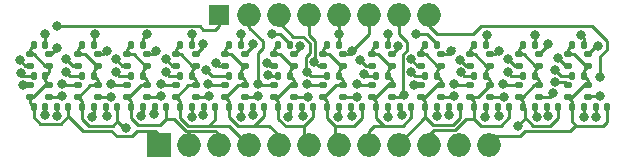
<source format=gbr>
%TF.GenerationSoftware,KiCad,Pcbnew,7.99.0-3522-gc5520b3eef-dirty*%
%TF.CreationDate,2023-11-19T20:57:40+00:00*%
%TF.ProjectId,display module,64697370-6c61-4792-906d-6f64756c652e,rev?*%
%TF.SameCoordinates,Original*%
%TF.FileFunction,Copper,L1,Top*%
%TF.FilePolarity,Positive*%
%FSLAX46Y46*%
G04 Gerber Fmt 4.6, Leading zero omitted, Abs format (unit mm)*
G04 Created by KiCad (PCBNEW 7.99.0-3522-gc5520b3eef-dirty) date 2023-11-19 20:57:40*
%MOMM*%
%LPD*%
G01*
G04 APERTURE LIST*
G04 Aperture macros list*
%AMRoundRect*
0 Rectangle with rounded corners*
0 $1 Rounding radius*
0 $2 $3 $4 $5 $6 $7 $8 $9 X,Y pos of 4 corners*
0 Add a 4 corners polygon primitive as box body*
4,1,4,$2,$3,$4,$5,$6,$7,$8,$9,$2,$3,0*
0 Add four circle primitives for the rounded corners*
1,1,$1+$1,$2,$3*
1,1,$1+$1,$4,$5*
1,1,$1+$1,$6,$7*
1,1,$1+$1,$8,$9*
0 Add four rect primitives between the rounded corners*
20,1,$1+$1,$2,$3,$4,$5,0*
20,1,$1+$1,$4,$5,$6,$7,0*
20,1,$1+$1,$6,$7,$8,$9,0*
20,1,$1+$1,$8,$9,$2,$3,0*%
G04 Aperture macros list end*
%TA.AperFunction,ComponentPad*%
%ADD10R,2.000000X2.000000*%
%TD*%
%TA.AperFunction,ComponentPad*%
%ADD11O,2.000000X2.000000*%
%TD*%
%TA.AperFunction,ComponentPad*%
%ADD12R,1.700000X1.700000*%
%TD*%
%TA.AperFunction,SMDPad,CuDef*%
%ADD13RoundRect,0.147500X-0.172500X0.147500X-0.172500X-0.147500X0.172500X-0.147500X0.172500X0.147500X0*%
%TD*%
%TA.AperFunction,SMDPad,CuDef*%
%ADD14RoundRect,0.147500X0.147500X0.172500X-0.147500X0.172500X-0.147500X-0.172500X0.147500X-0.172500X0*%
%TD*%
%TA.AperFunction,SMDPad,CuDef*%
%ADD15RoundRect,0.147500X-0.147500X-0.172500X0.147500X-0.172500X0.147500X0.172500X-0.147500X0.172500X0*%
%TD*%
%TA.AperFunction,SMDPad,CuDef*%
%ADD16RoundRect,0.147500X0.172500X-0.147500X0.172500X0.147500X-0.172500X0.147500X-0.172500X-0.147500X0*%
%TD*%
%TA.AperFunction,ViaPad*%
%ADD17C,0.800000*%
%TD*%
%TA.AperFunction,Conductor*%
%ADD18C,0.250000*%
%TD*%
G04 APERTURE END LIST*
D10*
%TO.P,J2,1,Pin_1*%
%TO.N,/G1*%
X144000000Y-61600000D03*
D11*
%TO.P,J2,2,Pin_2*%
%TO.N,/G2*%
X146540000Y-61600000D03*
%TO.P,J2,3,Pin_3*%
%TO.N,/G3*%
X149080000Y-61600000D03*
%TO.P,J2,4,Pin_4*%
%TO.N,/G4*%
X151620000Y-61600000D03*
%TO.P,J2,5,Pin_5*%
%TO.N,/G5*%
X154160000Y-61600000D03*
%TO.P,J2,6,Pin_6*%
%TO.N,/G6*%
X156700000Y-61600000D03*
%TO.P,J2,7,Pin_7*%
%TO.N,/G7*%
X159240000Y-61600000D03*
%TO.P,J2,8,Pin_8*%
%TO.N,/G8*%
X161780000Y-61600000D03*
%TO.P,J2,9,Pin_9*%
%TO.N,/G9*%
X164320000Y-61600000D03*
%TO.P,J2,10,Pin_10*%
%TO.N,/G10*%
X166860000Y-61600000D03*
%TO.P,J2,11,Pin_11*%
%TO.N,/G11*%
X169400000Y-61600000D03*
%TO.P,J2,12,Pin_12*%
%TO.N,/G12*%
X171940000Y-61600000D03*
%TD*%
D12*
%TO.P,J1,1,Pin_1*%
%TO.N,/D*%
X149100000Y-50600000D03*
D11*
%TO.P,J1,2,Pin_2*%
%TO.N,/E*%
X151640000Y-50600000D03*
%TO.P,J1,3,Pin_3*%
%TO.N,/G*%
X154180000Y-50600000D03*
%TO.P,J1,4,Pin_4*%
%TO.N,/F*%
X156720000Y-50600000D03*
%TO.P,J1,5,Pin_5*%
%TO.N,/A*%
X159260000Y-50600000D03*
%TO.P,J1,6,Pin_6*%
%TO.N,/B*%
X161800000Y-50600000D03*
%TO.P,J1,7,Pin_7*%
%TO.N,/C*%
X164340000Y-50600000D03*
%TO.P,J1,8,Pin_8*%
%TO.N,/DP*%
X166880000Y-50600000D03*
%TD*%
D13*
%TO.P,D23,1,K*%
%TO.N,/G3*%
X143000000Y-56515000D03*
%TO.P,D23,2,A*%
%TO.N,/C*%
X143000000Y-57485000D03*
%TD*%
D14*
%TO.P,D16,1,K*%
%TO.N,/G2*%
X140495000Y-58325000D03*
%TO.P,D16,2,A*%
%TO.N,/DP*%
X139525000Y-58325000D03*
%TD*%
D15*
%TO.P,D11,1,K*%
%TO.N,/G2*%
X137542500Y-53075000D03*
%TO.P,D11,2,A*%
%TO.N,/A*%
X138512500Y-53075000D03*
%TD*%
D13*
%TO.P,D2,1,K*%
%TO.N,/G1*%
X133082500Y-53900000D03*
%TO.P,D2,2,A*%
%TO.N,/F*%
X133082500Y-54870000D03*
%TD*%
%TO.P,D39,1,K*%
%TO.N,/G5*%
X151300000Y-56515000D03*
%TO.P,D39,2,A*%
%TO.N,/C*%
X151300000Y-57485000D03*
%TD*%
D14*
%TO.P,D92,1,K*%
%TO.N,/G12*%
X180012500Y-55700000D03*
%TO.P,D92,2,A*%
%TO.N,/G*%
X179042500Y-55700000D03*
%TD*%
%TO.P,D76,1,K*%
%TO.N,/G10*%
X171712500Y-55700000D03*
%TO.P,D76,2,A*%
%TO.N,/G*%
X170742500Y-55700000D03*
%TD*%
%TO.P,D72,1,K*%
%TO.N,/G9*%
X169545000Y-58325000D03*
%TO.P,D72,2,A*%
%TO.N,/DP*%
X168575000Y-58325000D03*
%TD*%
D16*
%TO.P,D94,1,K*%
%TO.N,/G12*%
X180350000Y-54870000D03*
%TO.P,D94,2,A*%
%TO.N,/B*%
X180350000Y-53900000D03*
%TD*%
D15*
%TO.P,D45,1,K*%
%TO.N,/G6*%
X154132500Y-58325000D03*
%TO.P,D45,2,A*%
%TO.N,/D*%
X155102500Y-58325000D03*
%TD*%
D16*
%TO.P,D66,1,K*%
%TO.N,/G9*%
X166250000Y-57485000D03*
%TO.P,D66,2,A*%
%TO.N,/E*%
X166250000Y-56515000D03*
%TD*%
%TO.P,D78,1,K*%
%TO.N,/G10*%
X172050000Y-54870000D03*
%TO.P,D78,2,A*%
%TO.N,/B*%
X172050000Y-53900000D03*
%TD*%
D13*
%TO.P,D9,1,K*%
%TO.N,/G2*%
X137200000Y-53900000D03*
%TO.P,D9,2,A*%
%TO.N,/F*%
X137200000Y-54870000D03*
%TD*%
D15*
%TO.P,D29,1,K*%
%TO.N,/G4*%
X145832500Y-58325000D03*
%TO.P,D29,2,A*%
%TO.N,/D*%
X146802500Y-58325000D03*
%TD*%
D14*
%TO.P,D96,1,K*%
%TO.N,/G12*%
X181995000Y-58325000D03*
%TO.P,D96,2,A*%
%TO.N,/DP*%
X181025000Y-58325000D03*
%TD*%
D15*
%TO.P,D37,1,K*%
%TO.N,/G5*%
X149982500Y-58325000D03*
%TO.P,D37,2,A*%
%TO.N,/D*%
X150952500Y-58325000D03*
%TD*%
%TO.P,D4,1,K*%
%TO.N,/G1*%
X133415000Y-58325000D03*
%TO.P,D4,2,A*%
%TO.N,/D*%
X134385000Y-58325000D03*
%TD*%
%TO.P,D27,1,K*%
%TO.N,/G4*%
X145842500Y-53075000D03*
%TO.P,D27,2,A*%
%TO.N,/A*%
X146812500Y-53075000D03*
%TD*%
%TO.P,D67,1,K*%
%TO.N,/G9*%
X166592500Y-53075000D03*
%TO.P,D67,2,A*%
%TO.N,/A*%
X167562500Y-53075000D03*
%TD*%
D16*
%TO.P,D30,1,K*%
%TO.N,/G4*%
X147150000Y-54870000D03*
%TO.P,D30,2,A*%
%TO.N,/B*%
X147150000Y-53900000D03*
%TD*%
D14*
%TO.P,D56,1,K*%
%TO.N,/G7*%
X161245000Y-58325000D03*
%TO.P,D56,2,A*%
%TO.N,/DP*%
X160275000Y-58325000D03*
%TD*%
D13*
%TO.P,D63,1,K*%
%TO.N,/G8*%
X163750000Y-56515000D03*
%TO.P,D63,2,A*%
%TO.N,/C*%
X163750000Y-57485000D03*
%TD*%
D15*
%TO.P,D59,1,K*%
%TO.N,/G8*%
X162442500Y-53075000D03*
%TO.P,D59,2,A*%
%TO.N,/A*%
X163412500Y-53075000D03*
%TD*%
%TO.P,D53,1,K*%
%TO.N,/G7*%
X158282500Y-58325000D03*
%TO.P,D53,2,A*%
%TO.N,/D*%
X159252500Y-58325000D03*
%TD*%
D16*
%TO.P,D10,1,K*%
%TO.N,/G2*%
X137200000Y-57485000D03*
%TO.P,D10,2,A*%
%TO.N,/E*%
X137200000Y-56515000D03*
%TD*%
D14*
%TO.P,D60,1,K*%
%TO.N,/G8*%
X163412500Y-55700000D03*
%TO.P,D60,2,A*%
%TO.N,/G*%
X162442500Y-55700000D03*
%TD*%
%TO.P,D40,1,K*%
%TO.N,/G5*%
X152945000Y-58325000D03*
%TO.P,D40,2,A*%
%TO.N,/DP*%
X151975000Y-58325000D03*
%TD*%
D15*
%TO.P,D35,1,K*%
%TO.N,/G5*%
X149992500Y-53075000D03*
%TO.P,D35,2,A*%
%TO.N,/A*%
X150962500Y-53075000D03*
%TD*%
D13*
%TO.P,D95,1,K*%
%TO.N,/G12*%
X180350000Y-56515000D03*
%TO.P,D95,2,A*%
%TO.N,/C*%
X180350000Y-57485000D03*
%TD*%
%TO.P,D89,1,K*%
%TO.N,/G12*%
X178700000Y-53900000D03*
%TO.P,D89,2,A*%
%TO.N,/F*%
X178700000Y-54870000D03*
%TD*%
D15*
%TO.P,D75,1,K*%
%TO.N,/G10*%
X170742500Y-53075000D03*
%TO.P,D75,2,A*%
%TO.N,/A*%
X171712500Y-53075000D03*
%TD*%
D13*
%TO.P,D71,1,K*%
%TO.N,/G9*%
X167900000Y-56515000D03*
%TO.P,D71,2,A*%
%TO.N,/C*%
X167900000Y-57485000D03*
%TD*%
D15*
%TO.P,D13,1,K*%
%TO.N,/G2*%
X137532500Y-58325000D03*
%TO.P,D13,2,A*%
%TO.N,/D*%
X138502500Y-58325000D03*
%TD*%
D13*
%TO.P,D65,1,K*%
%TO.N,/G9*%
X166250000Y-53900000D03*
%TO.P,D65,2,A*%
%TO.N,/F*%
X166250000Y-54870000D03*
%TD*%
%TO.P,D15,1,K*%
%TO.N,/G2*%
X138850000Y-56515000D03*
%TO.P,D15,2,A*%
%TO.N,/C*%
X138850000Y-57485000D03*
%TD*%
D14*
%TO.P,D84,1,K*%
%TO.N,/G11*%
X175862500Y-55700000D03*
%TO.P,D84,2,A*%
%TO.N,/G*%
X174892500Y-55700000D03*
%TD*%
D13*
%TO.P,D79,1,K*%
%TO.N,/G10*%
X172050000Y-56515000D03*
%TO.P,D79,2,A*%
%TO.N,/C*%
X172050000Y-57485000D03*
%TD*%
D16*
%TO.P,D38,1,K*%
%TO.N,/G5*%
X151300000Y-54870000D03*
%TO.P,D38,2,A*%
%TO.N,/B*%
X151300000Y-53900000D03*
%TD*%
%TO.P,D42,1,K*%
%TO.N,/G6*%
X153800000Y-57485000D03*
%TO.P,D42,2,A*%
%TO.N,/E*%
X153800000Y-56515000D03*
%TD*%
%TO.P,D90,1,K*%
%TO.N,/G12*%
X178700000Y-57485000D03*
%TO.P,D90,2,A*%
%TO.N,/E*%
X178700000Y-56515000D03*
%TD*%
D13*
%TO.P,D49,1,K*%
%TO.N,/G7*%
X157950000Y-53900000D03*
%TO.P,D49,2,A*%
%TO.N,/F*%
X157950000Y-54870000D03*
%TD*%
D14*
%TO.P,D52,1,K*%
%TO.N,/G7*%
X159262500Y-55700000D03*
%TO.P,D52,2,A*%
%TO.N,/G*%
X158292500Y-55700000D03*
%TD*%
D16*
%TO.P,D6,1,K*%
%TO.N,/G1*%
X134732500Y-54870000D03*
%TO.P,D6,2,A*%
%TO.N,/B*%
X134732500Y-53900000D03*
%TD*%
D14*
%TO.P,D28,1,K*%
%TO.N,/G4*%
X146812500Y-55700000D03*
%TO.P,D28,2,A*%
%TO.N,/G*%
X145842500Y-55700000D03*
%TD*%
%TO.P,D88,1,K*%
%TO.N,/G11*%
X177845000Y-58325000D03*
%TO.P,D88,2,A*%
%TO.N,/DP*%
X176875000Y-58325000D03*
%TD*%
D13*
%TO.P,D55,1,K*%
%TO.N,/G7*%
X159600000Y-56515000D03*
%TO.P,D55,2,A*%
%TO.N,/C*%
X159600000Y-57485000D03*
%TD*%
D16*
%TO.P,D34,1,K*%
%TO.N,/G5*%
X149650000Y-57485000D03*
%TO.P,D34,2,A*%
%TO.N,/E*%
X149650000Y-56515000D03*
%TD*%
%TO.P,D22,1,K*%
%TO.N,/G3*%
X143000000Y-54870000D03*
%TO.P,D22,2,A*%
%TO.N,/B*%
X143000000Y-53900000D03*
%TD*%
%TO.P,D50,1,K*%
%TO.N,/G7*%
X157950000Y-57485000D03*
%TO.P,D50,2,A*%
%TO.N,/E*%
X157950000Y-56515000D03*
%TD*%
%TO.P,D74,1,K*%
%TO.N,/G10*%
X170400000Y-57485000D03*
%TO.P,D74,2,A*%
%TO.N,/E*%
X170400000Y-56515000D03*
%TD*%
D15*
%TO.P,D83,1,K*%
%TO.N,/G11*%
X174892500Y-53075000D03*
%TO.P,D83,2,A*%
%TO.N,/A*%
X175862500Y-53075000D03*
%TD*%
D13*
%TO.P,D47,1,K*%
%TO.N,/G6*%
X155450000Y-56515000D03*
%TO.P,D47,2,A*%
%TO.N,/C*%
X155450000Y-57485000D03*
%TD*%
D16*
%TO.P,D26,1,K*%
%TO.N,/G4*%
X145500000Y-57485000D03*
%TO.P,D26,2,A*%
%TO.N,/E*%
X145500000Y-56515000D03*
%TD*%
D15*
%TO.P,D1,1,K*%
%TO.N,/G1*%
X133425000Y-53075000D03*
%TO.P,D1,2,A*%
%TO.N,/A*%
X134395000Y-53075000D03*
%TD*%
D14*
%TO.P,D24,1,K*%
%TO.N,/G3*%
X144645000Y-58325000D03*
%TO.P,D24,2,A*%
%TO.N,/DP*%
X143675000Y-58325000D03*
%TD*%
D16*
%TO.P,D82,1,K*%
%TO.N,/G11*%
X174550000Y-57485000D03*
%TO.P,D82,2,A*%
%TO.N,/E*%
X174550000Y-56515000D03*
%TD*%
D14*
%TO.P,D32,1,K*%
%TO.N,/G4*%
X148795000Y-58325000D03*
%TO.P,D32,2,A*%
%TO.N,/DP*%
X147825000Y-58325000D03*
%TD*%
%TO.P,D20,1,K*%
%TO.N,/G3*%
X142662500Y-55700000D03*
%TO.P,D20,2,A*%
%TO.N,/G*%
X141692500Y-55700000D03*
%TD*%
D16*
%TO.P,D62,1,K*%
%TO.N,/G8*%
X163750000Y-54870000D03*
%TO.P,D62,2,A*%
%TO.N,/B*%
X163750000Y-53900000D03*
%TD*%
%TO.P,D70,1,K*%
%TO.N,/G9*%
X167900000Y-54870000D03*
%TO.P,D70,2,A*%
%TO.N,/B*%
X167900000Y-53900000D03*
%TD*%
D15*
%TO.P,D91,1,K*%
%TO.N,/G12*%
X179042500Y-53075000D03*
%TO.P,D91,2,A*%
%TO.N,/A*%
X180012500Y-53075000D03*
%TD*%
D13*
%TO.P,D73,1,K*%
%TO.N,/G10*%
X170400000Y-53900000D03*
%TO.P,D73,2,A*%
%TO.N,/F*%
X170400000Y-54870000D03*
%TD*%
%TO.P,D31,1,K*%
%TO.N,/G4*%
X147150000Y-56515000D03*
%TO.P,D31,2,A*%
%TO.N,/C*%
X147150000Y-57485000D03*
%TD*%
D15*
%TO.P,D21,1,K*%
%TO.N,/G3*%
X141682500Y-58325000D03*
%TO.P,D21,2,A*%
%TO.N,/D*%
X142652500Y-58325000D03*
%TD*%
D14*
%TO.P,D64,1,K*%
%TO.N,/G8*%
X165395000Y-58325000D03*
%TO.P,D64,2,A*%
%TO.N,/DP*%
X164425000Y-58325000D03*
%TD*%
D13*
%TO.P,D17,1,K*%
%TO.N,/G3*%
X141350000Y-53900000D03*
%TO.P,D17,2,A*%
%TO.N,/F*%
X141350000Y-54870000D03*
%TD*%
D16*
%TO.P,D3,1,K*%
%TO.N,/G1*%
X133082500Y-57485000D03*
%TO.P,D3,2,A*%
%TO.N,/E*%
X133082500Y-56515000D03*
%TD*%
D14*
%TO.P,D80,1,K*%
%TO.N,/G10*%
X173695000Y-58325000D03*
%TO.P,D80,2,A*%
%TO.N,/DP*%
X172725000Y-58325000D03*
%TD*%
D13*
%TO.P,D87,1,K*%
%TO.N,/G11*%
X176200000Y-56515000D03*
%TO.P,D87,2,A*%
%TO.N,/C*%
X176200000Y-57485000D03*
%TD*%
%TO.P,D33,1,K*%
%TO.N,/G5*%
X149650000Y-53900000D03*
%TO.P,D33,2,A*%
%TO.N,/F*%
X149650000Y-54870000D03*
%TD*%
D15*
%TO.P,D19,1,K*%
%TO.N,/G3*%
X141692500Y-53075000D03*
%TO.P,D19,2,A*%
%TO.N,/A*%
X142662500Y-53075000D03*
%TD*%
D13*
%TO.P,D41,1,K*%
%TO.N,/G6*%
X153800000Y-53900000D03*
%TO.P,D41,2,A*%
%TO.N,/F*%
X153800000Y-54870000D03*
%TD*%
D16*
%TO.P,D54,1,K*%
%TO.N,/G7*%
X159600000Y-54870000D03*
%TO.P,D54,2,A*%
%TO.N,/B*%
X159600000Y-53900000D03*
%TD*%
D14*
%TO.P,D12,1,K*%
%TO.N,/G2*%
X138512500Y-55700000D03*
%TO.P,D12,2,A*%
%TO.N,/G*%
X137542500Y-55700000D03*
%TD*%
%TO.P,D36,1,K*%
%TO.N,/G5*%
X150962500Y-55700000D03*
%TO.P,D36,2,A*%
%TO.N,/G*%
X149992500Y-55700000D03*
%TD*%
D16*
%TO.P,D86,1,K*%
%TO.N,/G11*%
X176200000Y-54870000D03*
%TO.P,D86,2,A*%
%TO.N,/B*%
X176200000Y-53900000D03*
%TD*%
D15*
%TO.P,D85,1,K*%
%TO.N,/G11*%
X174882500Y-58325000D03*
%TO.P,D85,2,A*%
%TO.N,/D*%
X175852500Y-58325000D03*
%TD*%
D16*
%TO.P,D46,1,K*%
%TO.N,/G6*%
X155450000Y-54870000D03*
%TO.P,D46,2,A*%
%TO.N,/B*%
X155450000Y-53900000D03*
%TD*%
D15*
%TO.P,D77,1,K*%
%TO.N,/G10*%
X170732500Y-58325000D03*
%TO.P,D77,2,A*%
%TO.N,/D*%
X171702500Y-58325000D03*
%TD*%
D13*
%TO.P,D25,1,K*%
%TO.N,/G4*%
X145500000Y-53900000D03*
%TO.P,D25,2,A*%
%TO.N,/F*%
X145500000Y-54870000D03*
%TD*%
D16*
%TO.P,D18,1,K*%
%TO.N,/G3*%
X141350000Y-57485000D03*
%TO.P,D18,2,A*%
%TO.N,/E*%
X141350000Y-56515000D03*
%TD*%
D13*
%TO.P,D57,1,K*%
%TO.N,/G8*%
X162100000Y-53900000D03*
%TO.P,D57,2,A*%
%TO.N,/F*%
X162100000Y-54870000D03*
%TD*%
D14*
%TO.P,D8,1,K*%
%TO.N,/G1*%
X136352500Y-58325000D03*
%TO.P,D8,2,A*%
%TO.N,/DP*%
X135382500Y-58325000D03*
%TD*%
D15*
%TO.P,D69,1,K*%
%TO.N,/G9*%
X166582500Y-58325000D03*
%TO.P,D69,2,A*%
%TO.N,/D*%
X167552500Y-58325000D03*
%TD*%
D16*
%TO.P,D14,1,K*%
%TO.N,/G2*%
X138850000Y-54870000D03*
%TO.P,D14,2,A*%
%TO.N,/B*%
X138850000Y-53900000D03*
%TD*%
D14*
%TO.P,D5,1,K*%
%TO.N,/G1*%
X134395000Y-55700000D03*
%TO.P,D5,2,A*%
%TO.N,/G*%
X133425000Y-55700000D03*
%TD*%
D15*
%TO.P,D43,1,K*%
%TO.N,/G6*%
X154142500Y-53075000D03*
%TO.P,D43,2,A*%
%TO.N,/A*%
X155112500Y-53075000D03*
%TD*%
D14*
%TO.P,D68,1,K*%
%TO.N,/G9*%
X167562500Y-55700000D03*
%TO.P,D68,2,A*%
%TO.N,/G*%
X166592500Y-55700000D03*
%TD*%
%TO.P,D48,1,K*%
%TO.N,/G6*%
X157095000Y-58325000D03*
%TO.P,D48,2,A*%
%TO.N,/DP*%
X156125000Y-58325000D03*
%TD*%
%TO.P,D44,1,K*%
%TO.N,/G6*%
X155112500Y-55700000D03*
%TO.P,D44,2,A*%
%TO.N,/G*%
X154142500Y-55700000D03*
%TD*%
D13*
%TO.P,D7,1,K*%
%TO.N,/G1*%
X134732500Y-56515000D03*
%TO.P,D7,2,A*%
%TO.N,/C*%
X134732500Y-57485000D03*
%TD*%
D16*
%TO.P,D58,1,K*%
%TO.N,/G8*%
X162100000Y-57485000D03*
%TO.P,D58,2,A*%
%TO.N,/E*%
X162100000Y-56515000D03*
%TD*%
D15*
%TO.P,D61,1,K*%
%TO.N,/G8*%
X162432500Y-58325000D03*
%TO.P,D61,2,A*%
%TO.N,/D*%
X163402500Y-58325000D03*
%TD*%
D13*
%TO.P,D81,1,K*%
%TO.N,/G11*%
X174550000Y-53900000D03*
%TO.P,D81,2,A*%
%TO.N,/F*%
X174550000Y-54870000D03*
%TD*%
D15*
%TO.P,D51,1,K*%
%TO.N,/G7*%
X158292500Y-53075000D03*
%TO.P,D51,2,A*%
%TO.N,/A*%
X159262500Y-53075000D03*
%TD*%
%TO.P,D93,1,K*%
%TO.N,/G12*%
X179032500Y-58325000D03*
%TO.P,D93,2,A*%
%TO.N,/D*%
X180002500Y-58325000D03*
%TD*%
D17*
%TO.N,/F*%
X153165945Y-54636776D03*
X169539224Y-54345120D03*
X144600000Y-54325000D03*
X173600000Y-54325000D03*
X132236144Y-54375732D03*
X140400000Y-54325000D03*
X148874197Y-54656365D03*
X157196646Y-54520229D03*
X161037251Y-54370011D03*
X177796752Y-54202777D03*
X136200000Y-54325000D03*
X165383437Y-54331418D03*
%TO.N,/G*%
X153269268Y-55675500D03*
X140400000Y-55430732D03*
X161365001Y-55573729D03*
X165400000Y-55430732D03*
X156600000Y-55400497D03*
X177600000Y-55200000D03*
X144600000Y-55430732D03*
X132326032Y-55485456D03*
X173600000Y-55430732D03*
X169600000Y-55430732D03*
X148044642Y-55213899D03*
X136200000Y-55430732D03*
%TO.N,/D*%
X146800000Y-59200000D03*
X151000000Y-59200000D03*
X134400000Y-59000000D03*
X180025808Y-59225500D03*
X171600000Y-59200000D03*
X138400000Y-59200000D03*
X155000000Y-59200000D03*
X135400000Y-51475500D03*
X142547408Y-59134260D03*
X167600000Y-59124500D03*
X163400000Y-59200000D03*
X159200000Y-59200000D03*
X176000000Y-59200000D03*
%TO.N,/E*%
X156600000Y-56400000D03*
X135800000Y-56400000D03*
X173200000Y-56400000D03*
X165600000Y-56515000D03*
X148200000Y-56400000D03*
X160800000Y-56400000D03*
X177587701Y-56212299D03*
X144200000Y-56400000D03*
X132500000Y-56500000D03*
X140000000Y-56400000D03*
X169000000Y-56400000D03*
X152400000Y-56400000D03*
%TO.N,/B*%
X160400000Y-53600000D03*
X147800000Y-53000000D03*
X177000000Y-53000000D03*
X164307000Y-53208817D03*
X156007000Y-53200000D03*
X172800000Y-53600000D03*
X181200000Y-53200000D03*
X143800000Y-53600000D03*
X152019301Y-53043900D03*
X168800000Y-53600000D03*
X135400000Y-53400000D03*
X139600000Y-53600000D03*
%TO.N,/DP*%
X147800000Y-59000000D03*
X181400000Y-55800000D03*
X181024968Y-59199346D03*
X164600000Y-59000000D03*
X156200000Y-59075500D03*
X152000000Y-59000000D03*
X139600000Y-59075500D03*
X160400000Y-59075500D03*
X143600000Y-58975500D03*
X168600000Y-59000000D03*
X177000000Y-59075500D03*
X135400000Y-59075500D03*
X172800000Y-59075500D03*
%TO.N,/C*%
X135810872Y-57457205D03*
X156646060Y-57465909D03*
X152407507Y-57458882D03*
X173246060Y-57465909D03*
X177400000Y-57200000D03*
X164757585Y-57369659D03*
X139983418Y-57470229D03*
X148270441Y-57464363D03*
X169007507Y-57458882D03*
X181400000Y-57400000D03*
X160759928Y-57483473D03*
X144194032Y-57399485D03*
%TO.N,/A*%
X138600000Y-52200000D03*
X171800000Y-52275500D03*
X159262500Y-52200000D03*
X165800000Y-52200000D03*
X153600000Y-52200000D03*
X150962500Y-52200000D03*
X143000000Y-52200000D03*
X134400000Y-52200000D03*
X146812500Y-52212500D03*
X179800000Y-52275500D03*
X163400000Y-52200000D03*
X175862500Y-52262500D03*
%TO.N,/G2*%
X141200000Y-60124500D03*
%TO.N,/G11*%
X174400000Y-59924500D03*
%TD*%
D18*
%TO.N,/G10*%
X170732500Y-59357805D02*
X170690305Y-59400000D01*
X170690305Y-59400000D02*
X170036396Y-59400000D01*
X170036396Y-59400000D02*
X169136896Y-60299500D01*
X169136896Y-60299500D02*
X167300500Y-60299500D01*
X167300500Y-60299500D02*
X166985000Y-60615000D01*
X166985000Y-60615000D02*
X166985000Y-61475000D01*
%TO.N,/G8*%
X163099695Y-59925000D02*
X162275000Y-59925000D01*
X162275000Y-59925000D02*
X161780000Y-60420000D01*
X161780000Y-60420000D02*
X161780000Y-61475000D01*
%TO.N,/G3*%
X144645000Y-59355000D02*
X145293299Y-59355000D01*
X145293299Y-59355000D02*
X146338299Y-60400000D01*
X149080000Y-60680000D02*
X149080000Y-61475000D01*
X146338299Y-60400000D02*
X148800000Y-60400000D01*
X148800000Y-60400000D02*
X149080000Y-60680000D01*
%TO.N,/G1*%
X144000000Y-60700000D02*
X144000000Y-61475000D01*
X142200000Y-60400000D02*
X143700000Y-60400000D01*
X141750500Y-60849500D02*
X142200000Y-60400000D01*
X140449500Y-60849500D02*
X141750500Y-60849500D01*
X140000000Y-60400000D02*
X140449500Y-60849500D01*
X143700000Y-60400000D02*
X144000000Y-60700000D01*
X137604195Y-60400000D02*
X140000000Y-60400000D01*
X136352500Y-59148305D02*
X137604195Y-60400000D01*
%TO.N,/B*%
X152019301Y-53043900D02*
X152019301Y-53180699D01*
X152019301Y-53180699D02*
X151300000Y-53900000D01*
%TO.N,/E*%
X152400000Y-56400000D02*
X152400000Y-53800000D01*
X152800000Y-53400000D02*
X152800000Y-52800000D01*
X152400000Y-53800000D02*
X152800000Y-53400000D01*
X152800000Y-52800000D02*
X151640000Y-51640000D01*
X151640000Y-51640000D02*
X151640000Y-50725000D01*
%TO.N,/F*%
X153399169Y-54870000D02*
X153800000Y-54870000D01*
X157250000Y-54466875D02*
X157250000Y-52781299D01*
X157250000Y-52781299D02*
X156720000Y-52251299D01*
X148874197Y-54656365D02*
X149087832Y-54870000D01*
X145500000Y-54870000D02*
X145145000Y-54870000D01*
X137200000Y-54870000D02*
X136745000Y-54870000D01*
X140945000Y-54870000D02*
X140400000Y-54325000D01*
X170400000Y-54870000D02*
X170064104Y-54870000D01*
X132236144Y-54375732D02*
X132730412Y-54870000D01*
X174550000Y-54870000D02*
X174145000Y-54870000D01*
X166250000Y-54870000D02*
X165922019Y-54870000D01*
X157546417Y-54870000D02*
X157950000Y-54870000D01*
X141350000Y-54870000D02*
X140945000Y-54870000D01*
X162100000Y-54870000D02*
X161537240Y-54870000D01*
X157196646Y-54520229D02*
X157250000Y-54466875D01*
X178463975Y-54870000D02*
X177796752Y-54202777D01*
X165922019Y-54870000D02*
X165383437Y-54331418D01*
X178700000Y-54870000D02*
X178463975Y-54870000D01*
X153165945Y-54636776D02*
X153399169Y-54870000D01*
X161537240Y-54870000D02*
X161037251Y-54370011D01*
X156720000Y-52251299D02*
X156720000Y-50725000D01*
X170064104Y-54870000D02*
X169539224Y-54345120D01*
X136745000Y-54870000D02*
X136200000Y-54325000D01*
X174145000Y-54870000D02*
X173600000Y-54325000D01*
X149087832Y-54870000D02*
X149650000Y-54870000D01*
X157196646Y-54520229D02*
X157546417Y-54870000D01*
X132730412Y-54870000D02*
X133082500Y-54870000D01*
X145145000Y-54870000D02*
X144600000Y-54325000D01*
%TO.N,/G*%
X136469268Y-55700000D02*
X136200000Y-55430732D01*
X148044642Y-55213899D02*
X148530743Y-55700000D01*
X140669268Y-55700000D02*
X140400000Y-55430732D01*
X144869268Y-55700000D02*
X144600000Y-55430732D01*
X132326032Y-55485456D02*
X132540576Y-55700000D01*
X174892500Y-55700000D02*
X173869268Y-55700000D01*
X161365001Y-55573729D02*
X161491272Y-55700000D01*
X137542500Y-55700000D02*
X136469268Y-55700000D01*
X173869268Y-55700000D02*
X173600000Y-55430732D01*
X156899503Y-55700000D02*
X158292500Y-55700000D01*
X169869268Y-55700000D02*
X169600000Y-55430732D01*
X156232305Y-52400000D02*
X155400000Y-52400000D01*
X161491272Y-55700000D02*
X162442500Y-55700000D01*
X156600000Y-55400497D02*
X156471646Y-55272143D01*
X177600000Y-55200000D02*
X178100000Y-55700000D01*
X156471646Y-55272143D02*
X156471646Y-54128354D01*
X178100000Y-55700000D02*
X179042500Y-55700000D01*
X166592500Y-55700000D02*
X165669268Y-55700000D01*
X145842500Y-55700000D02*
X144869268Y-55700000D01*
X154180000Y-51180000D02*
X154180000Y-50725000D01*
X156800000Y-53800000D02*
X156800000Y-52967695D01*
X156600000Y-55400497D02*
X156899503Y-55700000D01*
X156471646Y-54128354D02*
X156800000Y-53800000D01*
X165669268Y-55700000D02*
X165400000Y-55430732D01*
X155400000Y-52400000D02*
X154180000Y-51180000D01*
X141692500Y-55700000D02*
X140669268Y-55700000D01*
X170742500Y-55700000D02*
X169869268Y-55700000D01*
X153293768Y-55700000D02*
X154142500Y-55700000D01*
X153269268Y-55675500D02*
X153293768Y-55700000D01*
X156800000Y-52967695D02*
X156232305Y-52400000D01*
X148530743Y-55700000D02*
X149992500Y-55700000D01*
X132540576Y-55700000D02*
X133425000Y-55700000D01*
%TO.N,/D*%
X142652500Y-58325000D02*
X142652500Y-59029168D01*
X175852500Y-58325000D02*
X175852500Y-59052500D01*
X171702500Y-59097500D02*
X171600000Y-59200000D01*
X134385000Y-58325000D02*
X134385000Y-58985000D01*
X159252500Y-59147500D02*
X159200000Y-59200000D01*
X163402500Y-58325000D02*
X163402500Y-59197500D01*
X147800000Y-51800000D02*
X148800000Y-51800000D01*
X150952500Y-59152500D02*
X151000000Y-59200000D01*
X148800000Y-51800000D02*
X149100000Y-51500000D01*
X175852500Y-59052500D02*
X176000000Y-59200000D01*
X155102500Y-58325000D02*
X155102500Y-59097500D01*
X146802500Y-59197500D02*
X146800000Y-59200000D01*
X138502500Y-59097500D02*
X138400000Y-59200000D01*
X163402500Y-59197500D02*
X163400000Y-59200000D01*
X159252500Y-58325000D02*
X159252500Y-59147500D01*
X180025808Y-58348308D02*
X180002500Y-58325000D01*
X134385000Y-58985000D02*
X134400000Y-59000000D01*
X142652500Y-59029168D02*
X142547408Y-59134260D01*
X135400000Y-51475500D02*
X147475500Y-51475500D01*
X147475500Y-51475500D02*
X147800000Y-51800000D01*
X150952500Y-58325000D02*
X150952500Y-59152500D01*
X180025808Y-59225500D02*
X180025808Y-58348308D01*
X149100000Y-51500000D02*
X149100000Y-50725000D01*
X146802500Y-58325000D02*
X146802500Y-59197500D01*
X167552500Y-59077000D02*
X167552500Y-58325000D01*
X155102500Y-59097500D02*
X155000000Y-59200000D01*
X171702500Y-58325000D02*
X171702500Y-59097500D01*
X167600000Y-59124500D02*
X167552500Y-59077000D01*
X138502500Y-58325000D02*
X138502500Y-59097500D01*
%TO.N,/E*%
X144315000Y-56515000D02*
X144200000Y-56400000D01*
X132515000Y-56515000D02*
X133082500Y-56515000D01*
X145500000Y-56515000D02*
X144315000Y-56515000D01*
X132500000Y-56500000D02*
X132515000Y-56515000D01*
X156715000Y-56515000D02*
X156600000Y-56400000D01*
X152515000Y-56515000D02*
X152400000Y-56400000D01*
X170400000Y-56515000D02*
X169115000Y-56515000D01*
X157950000Y-56515000D02*
X156715000Y-56515000D01*
X165600000Y-56515000D02*
X166250000Y-56515000D01*
X153800000Y-56515000D02*
X152515000Y-56515000D01*
X178397299Y-56212299D02*
X178700000Y-56515000D01*
X148315000Y-56515000D02*
X148200000Y-56400000D01*
X173315000Y-56515000D02*
X173200000Y-56400000D01*
X162100000Y-56515000D02*
X160915000Y-56515000D01*
X169115000Y-56515000D02*
X169000000Y-56400000D01*
X174550000Y-56515000D02*
X173315000Y-56515000D01*
X160915000Y-56515000D02*
X160800000Y-56400000D01*
X177587701Y-56212299D02*
X178397299Y-56212299D01*
X149650000Y-56515000D02*
X148315000Y-56515000D01*
X135915000Y-56515000D02*
X135800000Y-56400000D01*
X137200000Y-56515000D02*
X135915000Y-56515000D01*
X140115000Y-56515000D02*
X140000000Y-56400000D01*
X141350000Y-56515000D02*
X140115000Y-56515000D01*
%TO.N,/B*%
X172050000Y-53900000D02*
X172500000Y-53900000D01*
X159600000Y-53900000D02*
X160100000Y-53900000D01*
X161800000Y-52200000D02*
X161800000Y-50725000D01*
X164307000Y-53343000D02*
X163750000Y-53900000D01*
X139300000Y-53900000D02*
X139600000Y-53600000D01*
X169037500Y-53362500D02*
X168800000Y-53600000D01*
X147800000Y-53250000D02*
X147150000Y-53900000D01*
X181200000Y-53200000D02*
X181050000Y-53200000D01*
X172500000Y-53900000D02*
X172800000Y-53600000D01*
X160100000Y-53900000D02*
X160400000Y-53600000D01*
X177000000Y-53100000D02*
X176200000Y-53900000D01*
X143500000Y-53900000D02*
X143800000Y-53600000D01*
X167900000Y-53900000D02*
X168500000Y-53900000D01*
X160400000Y-53600000D02*
X161800000Y-52200000D01*
X181050000Y-53200000D02*
X180350000Y-53900000D01*
X134732500Y-53900000D02*
X134900000Y-53900000D01*
X134900000Y-53900000D02*
X135400000Y-53400000D01*
X168500000Y-53900000D02*
X168800000Y-53600000D01*
X156007000Y-53200000D02*
X156007000Y-53343000D01*
X177000000Y-53000000D02*
X177000000Y-53100000D01*
X164307000Y-53208817D02*
X164307000Y-53343000D01*
X138850000Y-53900000D02*
X139300000Y-53900000D01*
X147800000Y-53000000D02*
X147800000Y-53250000D01*
X156007000Y-53343000D02*
X155450000Y-53900000D01*
X143000000Y-53900000D02*
X143500000Y-53900000D01*
%TO.N,/DP*%
X170600000Y-52200000D02*
X167600000Y-52200000D01*
X135400000Y-59075500D02*
X135400000Y-58342500D01*
X147825000Y-58325000D02*
X147825000Y-58975000D01*
X151975000Y-58975000D02*
X152000000Y-59000000D01*
X172725000Y-58325000D02*
X172725000Y-59000500D01*
X181925000Y-52725000D02*
X180737500Y-51537500D01*
X164425000Y-58825000D02*
X164600000Y-59000000D01*
X181025000Y-59199314D02*
X181024968Y-59199346D01*
X181400000Y-55800000D02*
X181400000Y-54025305D01*
X139525000Y-59000500D02*
X139600000Y-59075500D01*
X180737500Y-51537500D02*
X171262500Y-51537500D01*
X171262500Y-51537500D02*
X170600000Y-52200000D01*
X156125000Y-58325000D02*
X156125000Y-59000500D01*
X147825000Y-58975000D02*
X147800000Y-59000000D01*
X168575000Y-58975000D02*
X168600000Y-59000000D01*
X167600000Y-52200000D02*
X166880000Y-51480000D01*
X164425000Y-58325000D02*
X164425000Y-58825000D01*
X166880000Y-51480000D02*
X166880000Y-50725000D01*
X172725000Y-59000500D02*
X172800000Y-59075500D01*
X156125000Y-59000500D02*
X156200000Y-59075500D01*
X181925000Y-53500305D02*
X181925000Y-52725000D01*
X160275000Y-58950500D02*
X160400000Y-59075500D01*
X151975000Y-58325000D02*
X151975000Y-58975000D01*
X176875000Y-58950500D02*
X177000000Y-59075500D01*
X181025000Y-58325000D02*
X181025000Y-59199314D01*
X176875000Y-58325000D02*
X176875000Y-58950500D01*
X181400000Y-54025305D02*
X181925000Y-53500305D01*
X135400000Y-58342500D02*
X135382500Y-58325000D01*
X143675000Y-58900500D02*
X143600000Y-58975500D01*
X143675000Y-58325000D02*
X143675000Y-58900500D01*
X139525000Y-58325000D02*
X139525000Y-59000500D01*
X168575000Y-58325000D02*
X168575000Y-58975000D01*
X160275000Y-58325000D02*
X160275000Y-58950500D01*
%TO.N,/C*%
X164658437Y-57270511D02*
X164658437Y-53941563D01*
X144108517Y-57485000D02*
X144194032Y-57399485D01*
X156626969Y-57485000D02*
X156646060Y-57465909D01*
X164757585Y-57369659D02*
X164642244Y-57485000D01*
X173226969Y-57485000D02*
X173246060Y-57465909D01*
X138850000Y-57485000D02*
X139968647Y-57485000D01*
X160758401Y-57485000D02*
X160759928Y-57483473D01*
X152381389Y-57485000D02*
X152407507Y-57458882D01*
X164340000Y-52140000D02*
X164340000Y-50725000D01*
X147150000Y-57485000D02*
X148249804Y-57485000D01*
X148249804Y-57485000D02*
X148270441Y-57464363D01*
X159600000Y-57485000D02*
X160758401Y-57485000D01*
X155450000Y-57485000D02*
X156626969Y-57485000D01*
X164757585Y-57369659D02*
X164658437Y-57270511D01*
X143000000Y-57485000D02*
X144108517Y-57485000D01*
X164642244Y-57485000D02*
X163750000Y-57485000D01*
X164658437Y-53941563D02*
X165032000Y-53568000D01*
X165032000Y-53568000D02*
X165032000Y-52832000D01*
X165032000Y-52832000D02*
X164340000Y-52140000D01*
X151300000Y-57485000D02*
X152381389Y-57485000D01*
X180435000Y-57400000D02*
X180350000Y-57485000D01*
X167900000Y-57485000D02*
X168981389Y-57485000D01*
X134732500Y-57485000D02*
X135783077Y-57485000D01*
X139968647Y-57485000D02*
X139983418Y-57470229D01*
X172050000Y-57485000D02*
X173226969Y-57485000D01*
X168981389Y-57485000D02*
X169007507Y-57458882D01*
X181400000Y-57400000D02*
X180435000Y-57400000D01*
X176200000Y-57485000D02*
X177115000Y-57485000D01*
X135783077Y-57485000D02*
X135810872Y-57457205D01*
X177115000Y-57485000D02*
X177400000Y-57200000D01*
%TO.N,/A*%
X154259804Y-52200000D02*
X155112500Y-53052696D01*
X142662500Y-52537500D02*
X142662500Y-53075000D01*
X165800000Y-52200000D02*
X166709804Y-52200000D01*
X159262500Y-50725000D02*
X159260000Y-50725000D01*
X167562500Y-53052696D02*
X167562500Y-53075000D01*
X150962500Y-52200000D02*
X150962500Y-53075000D01*
X159262500Y-52200000D02*
X159262500Y-53075000D01*
X171800000Y-52275500D02*
X171712500Y-52363000D01*
X134395000Y-52205000D02*
X134400000Y-52200000D01*
X163412500Y-53075000D02*
X163412500Y-52212500D01*
X179800000Y-52275500D02*
X180012500Y-52488000D01*
X153600000Y-52200000D02*
X154259804Y-52200000D01*
X175862500Y-52262500D02*
X175862500Y-53075000D01*
X159262500Y-52200000D02*
X159262500Y-50725000D01*
X146812500Y-52212500D02*
X146812500Y-53075000D01*
X138512500Y-53075000D02*
X138512500Y-52287500D01*
X134395000Y-53075000D02*
X134395000Y-52205000D01*
X180012500Y-52488000D02*
X180012500Y-53075000D01*
X163412500Y-52212500D02*
X163400000Y-52200000D01*
X143000000Y-52200000D02*
X142662500Y-52537500D01*
X171712500Y-52363000D02*
X171712500Y-53075000D01*
X166709804Y-52200000D02*
X167562500Y-53052696D01*
X138512500Y-52287500D02*
X138600000Y-52200000D01*
X155112500Y-53052696D02*
X155112500Y-53075000D01*
%TO.N,/G3*%
X141515000Y-57485000D02*
X142485000Y-56515000D01*
X141682500Y-59294657D02*
X142247103Y-59859260D01*
X144645000Y-59355000D02*
X144645000Y-58325000D01*
X142870000Y-54870000D02*
X141900000Y-53900000D01*
X141350000Y-53900000D02*
X141350000Y-53417500D01*
X141682500Y-58325000D02*
X141682500Y-59294657D01*
X144140740Y-59859260D02*
X144645000Y-59355000D01*
X141350000Y-53417500D02*
X141692500Y-53075000D01*
X142485000Y-56515000D02*
X143000000Y-56515000D01*
X141682500Y-57817500D02*
X141350000Y-57485000D01*
X141900000Y-53900000D02*
X141350000Y-53900000D01*
X142662500Y-55700000D02*
X142662500Y-55207500D01*
X143000000Y-56037500D02*
X142662500Y-55700000D01*
X143000000Y-54870000D02*
X142870000Y-54870000D01*
X142662500Y-55207500D02*
X143000000Y-54870000D01*
X141682500Y-58325000D02*
X141682500Y-57817500D01*
X141350000Y-57485000D02*
X141515000Y-57485000D01*
X143000000Y-56515000D02*
X143000000Y-56037500D01*
X142247103Y-59859260D02*
X144140740Y-59859260D01*
%TO.N,/G2*%
X137532500Y-59357805D02*
X138099695Y-59925000D01*
X138512500Y-55700000D02*
X138512500Y-55207500D01*
X141079696Y-60124500D02*
X140495000Y-59539804D01*
X137800000Y-53900000D02*
X137200000Y-53900000D01*
X138215000Y-56515000D02*
X138850000Y-56515000D01*
X137200000Y-53900000D02*
X137200000Y-53417500D01*
X140495000Y-59539804D02*
X140495000Y-58325000D01*
X138512500Y-55207500D02*
X138850000Y-54870000D01*
X141200000Y-60124500D02*
X141079696Y-60124500D01*
X137532500Y-58325000D02*
X137532500Y-57817500D01*
X138099695Y-59925000D02*
X140109804Y-59925000D01*
X138770000Y-54870000D02*
X137800000Y-53900000D01*
X137532500Y-58325000D02*
X137532500Y-59357805D01*
X137200000Y-57485000D02*
X137245000Y-57485000D01*
X140109804Y-59925000D02*
X140495000Y-59539804D01*
X137200000Y-53417500D02*
X137542500Y-53075000D01*
X138850000Y-56037500D02*
X138512500Y-55700000D01*
X138850000Y-56515000D02*
X138850000Y-56037500D01*
X138850000Y-54870000D02*
X138770000Y-54870000D01*
X137245000Y-57485000D02*
X138215000Y-56515000D01*
X137532500Y-57817500D02*
X137200000Y-57485000D01*
%TO.N,/G6*%
X156300805Y-61200805D02*
X156575000Y-61475000D01*
X155112500Y-55207500D02*
X155450000Y-54870000D01*
X154132500Y-59357805D02*
X154774695Y-60000000D01*
X155450000Y-54870000D02*
X155270000Y-54870000D01*
X154132500Y-58325000D02*
X154132500Y-59357805D01*
X155089999Y-56515000D02*
X155450000Y-56515000D01*
X153800000Y-57485000D02*
X154119999Y-57485000D01*
X155450000Y-56515000D02*
X155450000Y-56037500D01*
X156575000Y-61475000D02*
X156700000Y-61475000D01*
X154774695Y-60000000D02*
X156300805Y-60000000D01*
X157095000Y-59205805D02*
X157095000Y-58325000D01*
X155270000Y-54870000D02*
X154300000Y-53900000D01*
X155112500Y-55700000D02*
X155112500Y-55207500D01*
X156300805Y-60000000D02*
X157095000Y-59205805D01*
X155450000Y-56037500D02*
X155112500Y-55700000D01*
X154300000Y-53900000D02*
X153800000Y-53900000D01*
X154132500Y-57817500D02*
X153800000Y-57485000D01*
X153800000Y-53417500D02*
X154142500Y-53075000D01*
X156300805Y-60000000D02*
X156300805Y-61200805D01*
X154119999Y-57485000D02*
X155089999Y-56515000D01*
X154132500Y-58325000D02*
X154132500Y-57817500D01*
X153800000Y-53900000D02*
X153800000Y-53417500D01*
%TO.N,/G1*%
X133082500Y-57485000D02*
X133082500Y-57992500D01*
X134000000Y-59800000D02*
X135700805Y-59800000D01*
X133082500Y-57485000D02*
X133402499Y-57485000D01*
X136352500Y-59148305D02*
X136352500Y-58325000D01*
X135700805Y-59800000D02*
X136352500Y-59148305D01*
X134372499Y-56515000D02*
X134732500Y-56515000D01*
X134412501Y-54870000D02*
X133442501Y-53900000D01*
X133082500Y-57992500D02*
X133415000Y-58325000D01*
X133415000Y-59215000D02*
X134000000Y-59800000D01*
X134395000Y-55700000D02*
X134395000Y-56177500D01*
X133442501Y-53900000D02*
X133082500Y-53900000D01*
X134732500Y-55362500D02*
X134395000Y-55700000D01*
X134395000Y-56177500D02*
X134732500Y-56515000D01*
X133082500Y-53900000D02*
X133082500Y-53417500D01*
X133082500Y-53417500D02*
X133425000Y-53075000D01*
X134732500Y-54870000D02*
X134412501Y-54870000D01*
X133402499Y-57485000D02*
X134372499Y-56515000D01*
X134732500Y-54870000D02*
X134732500Y-55362500D01*
X133415000Y-58325000D02*
X133415000Y-59215000D01*
%TO.N,/G5*%
X150962500Y-55207500D02*
X151300000Y-54870000D01*
X149650000Y-53900000D02*
X150154804Y-53900000D01*
X152945000Y-59080305D02*
X152945000Y-58325000D01*
X149982500Y-59207805D02*
X150699695Y-59925000D01*
X149982500Y-58325000D02*
X149982500Y-57817500D01*
X152100305Y-59925000D02*
X152945000Y-59080305D01*
X151300000Y-56515000D02*
X151300000Y-56037500D01*
X149982500Y-57817500D02*
X149650000Y-57485000D01*
X151124804Y-54870000D02*
X151300000Y-54870000D01*
X149650000Y-57485000D02*
X149715000Y-57485000D01*
X149982500Y-58325000D02*
X149982500Y-59207805D01*
X149650000Y-53900000D02*
X149650000Y-53417500D01*
X151300000Y-56037500D02*
X150962500Y-55700000D01*
X152100305Y-59925000D02*
X153325000Y-59925000D01*
X149650000Y-53417500D02*
X149992500Y-53075000D01*
X150962500Y-55700000D02*
X150962500Y-55207500D01*
X150154804Y-53900000D02*
X151124804Y-54870000D01*
X149715000Y-57485000D02*
X150685000Y-56515000D01*
X150685000Y-56515000D02*
X151300000Y-56515000D01*
X153325000Y-59925000D02*
X154160000Y-60760000D01*
X154160000Y-60760000D02*
X154160000Y-61475000D01*
X150699695Y-59925000D02*
X152100305Y-59925000D01*
%TO.N,/G4*%
X146499695Y-59925000D02*
X148275000Y-59925000D01*
X147150000Y-56515000D02*
X147150000Y-56037500D01*
X151495000Y-61475000D02*
X151620000Y-61475000D01*
X145832500Y-59257805D02*
X146499695Y-59925000D01*
X148795000Y-59405000D02*
X148795000Y-58325000D01*
X145522304Y-57485000D02*
X146492304Y-56515000D01*
X145500000Y-53900000D02*
X145500000Y-53417500D01*
X145500000Y-57485000D02*
X145522304Y-57485000D01*
X146812500Y-55700000D02*
X146812500Y-55207500D01*
X148275000Y-59925000D02*
X149945000Y-59925000D01*
X145832500Y-57817500D02*
X145500000Y-57485000D01*
X145832500Y-58325000D02*
X145832500Y-57817500D01*
X146812500Y-55207500D02*
X147150000Y-54870000D01*
X147150000Y-56037500D02*
X146812500Y-55700000D01*
X145500000Y-53417500D02*
X145842500Y-53075000D01*
X146492304Y-56515000D02*
X147150000Y-56515000D01*
X145832500Y-58325000D02*
X145832500Y-59257805D01*
X148275000Y-59925000D02*
X148795000Y-59405000D01*
X147150000Y-54870000D02*
X146830001Y-54870000D01*
X146830001Y-54870000D02*
X145860001Y-53900000D01*
X149945000Y-59925000D02*
X151495000Y-61475000D01*
X145860001Y-53900000D02*
X145500000Y-53900000D01*
%TO.N,/G7*%
X159600000Y-56515000D02*
X159600000Y-56037500D01*
X158015000Y-57485000D02*
X158985000Y-56515000D01*
X158899695Y-59925000D02*
X160575805Y-59925000D01*
X159262500Y-55207500D02*
X159600000Y-54870000D01*
X157950000Y-53900000D02*
X157950000Y-53417500D01*
X159115000Y-61475000D02*
X159240000Y-61475000D01*
X160575805Y-59925000D02*
X161245000Y-59255805D01*
X158282500Y-58325000D02*
X158282500Y-59307805D01*
X159600000Y-56037500D02*
X159262500Y-55700000D01*
X157950000Y-53417500D02*
X158292500Y-53075000D01*
X158282500Y-57817500D02*
X157950000Y-57485000D01*
X157950000Y-53900000D02*
X158454804Y-53900000D01*
X158899695Y-61259695D02*
X159115000Y-61475000D01*
X158454804Y-53900000D02*
X159424804Y-54870000D01*
X159424804Y-54870000D02*
X159600000Y-54870000D01*
X158899695Y-59925000D02*
X158899695Y-61259695D01*
X158282500Y-58325000D02*
X158282500Y-57817500D01*
X157950000Y-57485000D02*
X158015000Y-57485000D01*
X158985000Y-56515000D02*
X159600000Y-56515000D01*
X158282500Y-59307805D02*
X158899695Y-59925000D01*
X161245000Y-59255805D02*
X161245000Y-58325000D01*
X159262500Y-55700000D02*
X159262500Y-55207500D01*
%TO.N,/G10*%
X170400000Y-53417500D02*
X170742500Y-53075000D01*
X171730001Y-54870000D02*
X170760001Y-53900000D01*
X172050000Y-54870000D02*
X171730001Y-54870000D01*
X170400000Y-53900000D02*
X170400000Y-53417500D01*
X171712500Y-55700000D02*
X171712500Y-55207500D01*
X170732500Y-57817500D02*
X170400000Y-57485000D01*
X170732500Y-58325000D02*
X170732500Y-57817500D01*
X172975805Y-59925000D02*
X173695000Y-59205805D01*
X172050000Y-56515000D02*
X172050000Y-56037500D01*
X171057696Y-57485000D02*
X172027696Y-56515000D01*
X170732500Y-58325000D02*
X170732500Y-59357805D01*
X172050000Y-56037500D02*
X171712500Y-55700000D01*
X172027696Y-56515000D02*
X172050000Y-56515000D01*
X171299695Y-59925000D02*
X172975805Y-59925000D01*
X170732500Y-59357805D02*
X171299695Y-59925000D01*
X173695000Y-59205805D02*
X173695000Y-58325000D01*
X170400000Y-57485000D02*
X171057696Y-57485000D01*
X171712500Y-55207500D02*
X172050000Y-54870000D01*
X170760001Y-53900000D02*
X170400000Y-53900000D01*
%TO.N,/G9*%
X167900000Y-54870000D02*
X167580001Y-54870000D01*
X167580001Y-54870000D02*
X166610001Y-53900000D01*
X164320000Y-61470305D02*
X164320000Y-61475000D01*
X166582500Y-59207805D02*
X167224195Y-59849500D01*
X166582500Y-57817500D02*
X166250000Y-57485000D01*
X168950500Y-59849500D02*
X169545000Y-59255000D01*
X166250000Y-57485000D02*
X166569999Y-57485000D01*
X167562500Y-55207500D02*
X167900000Y-54870000D01*
X167539999Y-56515000D02*
X167900000Y-56515000D01*
X166582500Y-58325000D02*
X166582500Y-57817500D01*
X166569999Y-57485000D02*
X167539999Y-56515000D01*
X166582500Y-59207805D02*
X164320000Y-61470305D01*
X167224195Y-59849500D02*
X168950500Y-59849500D01*
X167900000Y-56515000D02*
X167900000Y-56037500D01*
X166582500Y-58325000D02*
X166582500Y-59207805D01*
X167562500Y-55700000D02*
X167562500Y-55207500D01*
X167900000Y-56037500D02*
X167562500Y-55700000D01*
X169545000Y-59255000D02*
X169545000Y-58325000D01*
X166610001Y-53900000D02*
X166250000Y-53900000D01*
X166250000Y-53417500D02*
X166592500Y-53075000D01*
X166250000Y-53900000D02*
X166250000Y-53417500D01*
%TO.N,/G12*%
X179019999Y-57485000D02*
X179989999Y-56515000D01*
X172600000Y-60800000D02*
X171940000Y-61460000D01*
X179400000Y-59950000D02*
X181650000Y-59950000D01*
X181650000Y-59950000D02*
X182000000Y-59600000D01*
X182000000Y-59600000D02*
X181995000Y-59595000D01*
X180350000Y-56037500D02*
X180012500Y-55700000D01*
X179250000Y-59950000D02*
X178800000Y-60400000D01*
X171940000Y-61460000D02*
X171940000Y-61475000D01*
X180012500Y-55207500D02*
X180350000Y-54870000D01*
X179204804Y-53900000D02*
X180174804Y-54870000D01*
X179032500Y-58325000D02*
X179032500Y-57817500D01*
X178700000Y-53900000D02*
X179204804Y-53900000D01*
X179989999Y-56515000D02*
X180350000Y-56515000D01*
X179032500Y-58325000D02*
X179032500Y-59582500D01*
X178700000Y-53417500D02*
X179042500Y-53075000D01*
X180350000Y-56515000D02*
X180350000Y-56037500D01*
X178800000Y-60400000D02*
X175000000Y-60400000D01*
X179032500Y-57817500D02*
X178700000Y-57485000D01*
X178700000Y-57485000D02*
X179019999Y-57485000D01*
X180012500Y-55700000D02*
X180012500Y-55207500D01*
X175000000Y-60400000D02*
X174600000Y-60800000D01*
X174600000Y-60800000D02*
X172600000Y-60800000D01*
X179032500Y-59582500D02*
X179400000Y-59950000D01*
X180174804Y-54870000D02*
X180350000Y-54870000D01*
X181995000Y-59595000D02*
X181995000Y-58325000D01*
X179400000Y-59950000D02*
X179250000Y-59950000D01*
X178700000Y-53900000D02*
X178700000Y-53417500D01*
%TO.N,/G11*%
X175000000Y-59225305D02*
X175000000Y-59324500D01*
X174882500Y-58325000D02*
X175000000Y-58442500D01*
X175785000Y-56515000D02*
X176200000Y-56515000D01*
X174882500Y-58325000D02*
X174882500Y-57817500D01*
X175880001Y-54870000D02*
X174910001Y-53900000D01*
X176200000Y-56037500D02*
X175862500Y-55700000D01*
X175000000Y-58442500D02*
X175000000Y-59225305D01*
X175862500Y-55700000D02*
X175862500Y-55207500D01*
X177175805Y-59925000D02*
X177845000Y-59255805D01*
X175000000Y-59324500D02*
X174400000Y-59924500D01*
X175862500Y-55207500D02*
X176200000Y-54870000D01*
X174910001Y-53900000D02*
X174550000Y-53900000D01*
X175000000Y-59225305D02*
X175699695Y-59925000D01*
X174550000Y-53417500D02*
X174892500Y-53075000D01*
X175699695Y-59925000D02*
X177175805Y-59925000D01*
X177845000Y-59255805D02*
X177845000Y-58325000D01*
X176200000Y-56515000D02*
X176200000Y-56037500D01*
X176200000Y-54870000D02*
X175880001Y-54870000D01*
X174550000Y-53900000D02*
X174550000Y-53417500D01*
X174550000Y-57485000D02*
X174815000Y-57485000D01*
X174882500Y-57817500D02*
X174550000Y-57485000D01*
X174815000Y-57485000D02*
X175785000Y-56515000D01*
%TO.N,/G8*%
X164700305Y-59925000D02*
X165395000Y-59230305D01*
X163750000Y-56037500D02*
X163412500Y-55700000D01*
X162432500Y-58325000D02*
X162432500Y-57817500D01*
X163412500Y-55700000D02*
X163412500Y-55207500D01*
X163750000Y-56515000D02*
X163750000Y-56037500D01*
X163750000Y-54870000D02*
X163570000Y-54870000D01*
X162100000Y-57485000D02*
X162419999Y-57485000D01*
X162100000Y-53900000D02*
X162100000Y-53417500D01*
X163412500Y-55207500D02*
X163750000Y-54870000D01*
X162432500Y-58325000D02*
X162432500Y-59257805D01*
X163570000Y-54870000D02*
X162600000Y-53900000D01*
X163099695Y-59925000D02*
X164700305Y-59925000D01*
X162100000Y-53417500D02*
X162442500Y-53075000D01*
X162419999Y-57485000D02*
X163389999Y-56515000D01*
X165395000Y-59230305D02*
X165395000Y-58325000D01*
X162600000Y-53900000D02*
X162100000Y-53900000D01*
X162432500Y-57817500D02*
X162100000Y-57485000D01*
X163389999Y-56515000D02*
X163750000Y-56515000D01*
X162432500Y-59257805D02*
X163099695Y-59925000D01*
%TD*%
M02*

</source>
